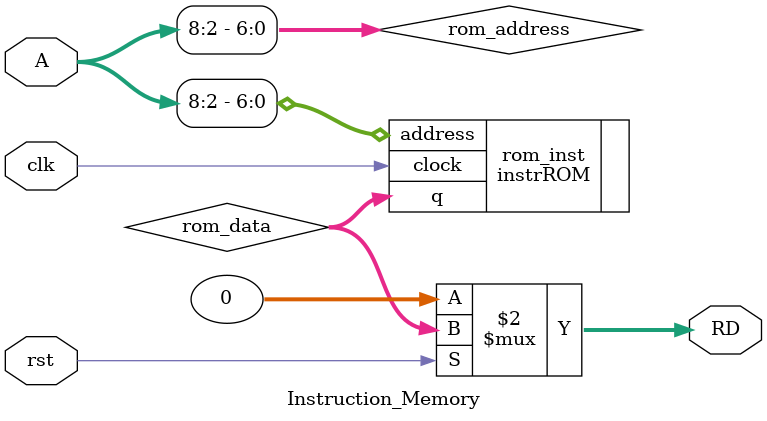
<source format=sv>
module Instruction_Memory(
    input wire clk,
    input wire rst,
    input wire [31:0] A,
    output wire [31:0] RD
);

    wire [6:0] rom_address;
    wire [31:0] rom_data;

    // Convert byte address to word address
    assign rom_address = A[8:2];  // We use 7 bits to address 128 words

    // Instantiate the ROM module
    instrROM rom_inst (
        .address(rom_address),
        .clock(clk),
        .q(rom_data)
    );

    // Output logic
    assign RD = (rst == 1'b0) ? 32'b0 : rom_data;

endmodule
</source>
